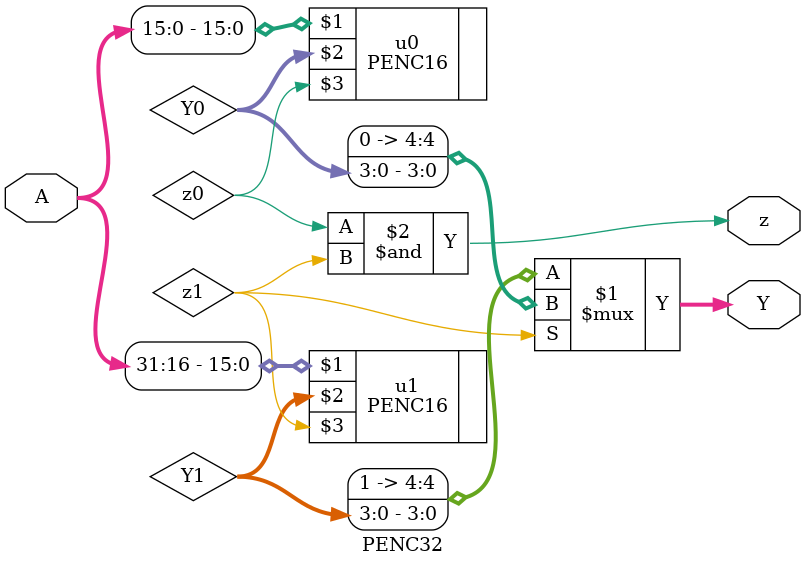
<source format=v>
module PENC32 (A,Y,z);
input[31:0] A;
output[4:0] Y;
output z;
wire [3:0] Y0,Y1;
wire z0,z1;

PENC16 u0(A[15:0],Y0,z0);
PENC16 u1(A[31:16],Y1,z1);
assign Y=z1?{1'b0,Y0}:{1'b1,Y1};
assign z=z0&z1;

endmodule
</source>
